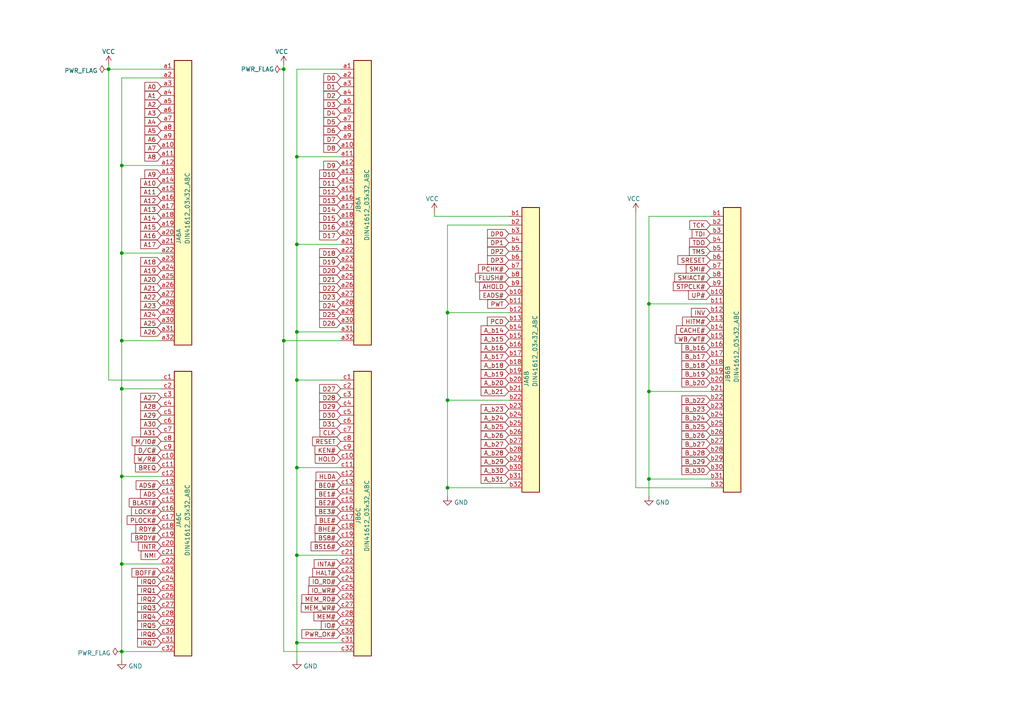
<source format=kicad_sch>
(kicad_sch (version 20211123) (generator eeschema)
  (paper "A4")
  (lib_symbols
    (symbol "Private Lib:DIN41612_03x32_ABC"
      (property "Reference" "U" (at 0 0 0))
      (property "Value" "DIN41612_03x32_ABC" (at 0 2.54 0))
      (symbol "DIN41612_03x32_ABC_0_1"
        (rectangle (start -2.54 -2.54) (end 2.54 -85.09) (stroke (width 0.254)) (fill (type background)))
      )
      (symbol "DIN41612_03x32_ABC_1_1"
        (pin passive line (at -6.35 -5.08 0) (length 3.81) (name "") (number "a1"))
        (pin passive line (at -6.35 -27.94 0) (length 3.81) (name "") (number "a10"))
        (pin passive line (at -6.35 -30.48 0) (length 3.81) (name "") (number "a11"))
        (pin passive line (at -6.35 -33.02 0) (length 3.81) (name "") (number "a12"))
        (pin passive line (at -6.35 -35.56 0) (length 3.81) (name "") (number "a13"))
        (pin passive line (at -6.35 -38.1 0) (length 3.81) (name "") (number "a14"))
        (pin passive line (at -6.35 -40.64 0) (length 3.81) (name "") (number "a15"))
        (pin passive line (at -6.35 -43.18 0) (length 3.81) (name "") (number "a16"))
        (pin passive line (at -6.35 -45.72 0) (length 3.81) (name "") (number "a17"))
        (pin passive line (at -6.35 -48.26 0) (length 3.81) (name "") (number "a18"))
        (pin passive line (at -6.35 -50.8 0) (length 3.81) (name "") (number "a19"))
        (pin passive line (at -6.35 -7.62 0) (length 3.81) (name "") (number "a2"))
        (pin passive line (at -6.35 -53.34 0) (length 3.81) (name "") (number "a20"))
        (pin passive line (at -6.35 -55.88 0) (length 3.81) (name "") (number "a21"))
        (pin passive line (at -6.35 -58.42 0) (length 3.81) (name "") (number "a22"))
        (pin passive line (at -6.35 -60.96 0) (length 3.81) (name "") (number "a23"))
        (pin passive line (at -6.35 -63.5 0) (length 3.81) (name "") (number "a24"))
        (pin passive line (at -6.35 -66.04 0) (length 3.81) (name "") (number "a25"))
        (pin passive line (at -6.35 -68.58 0) (length 3.81) (name "") (number "a26"))
        (pin passive line (at -6.35 -71.12 0) (length 3.81) (name "") (number "a27"))
        (pin passive line (at -6.35 -73.66 0) (length 3.81) (name "") (number "a28"))
        (pin passive line (at -6.35 -76.2 0) (length 3.81) (name "") (number "a29"))
        (pin passive line (at -6.35 -10.16 0) (length 3.81) (name "") (number "a3"))
        (pin passive line (at -6.35 -78.74 0) (length 3.81) (name "") (number "a30"))
        (pin passive line (at -6.35 -81.28 0) (length 3.81) (name "") (number "a31"))
        (pin passive line (at -6.35 -83.82 0) (length 3.81) (name "") (number "a32"))
        (pin passive line (at -6.35 -12.7 0) (length 3.81) (name "") (number "a4"))
        (pin passive line (at -6.35 -15.24 0) (length 3.81) (name "") (number "a5"))
        (pin passive line (at -6.35 -17.78 0) (length 3.81) (name "") (number "a6"))
        (pin passive line (at -6.35 -20.32 0) (length 3.81) (name "") (number "a7"))
        (pin passive line (at -6.35 -22.86 0) (length 3.81) (name "") (number "a8"))
        (pin passive line (at -6.35 -25.4 0) (length 3.81) (name "") (number "a9"))
      )
      (symbol "DIN41612_03x32_ABC_2_1"
        (pin passive line (at -6.35 -5.08 0) (length 3.81) (name "") (number "b1"))
        (pin passive line (at -6.35 -27.94 0) (length 3.81) (name "") (number "b10"))
        (pin passive line (at -6.35 -30.48 0) (length 3.81) (name "") (number "b11"))
        (pin passive line (at -6.35 -33.02 0) (length 3.81) (name "") (number "b12"))
        (pin passive line (at -6.35 -35.56 0) (length 3.81) (name "") (number "b13"))
        (pin passive line (at -6.35 -38.1 0) (length 3.81) (name "") (number "b14"))
        (pin passive line (at -6.35 -40.64 0) (length 3.81) (name "") (number "b15"))
        (pin passive line (at -6.35 -43.18 0) (length 3.81) (name "") (number "b16"))
        (pin passive line (at -6.35 -45.72 0) (length 3.81) (name "") (number "b17"))
        (pin passive line (at -6.35 -48.26 0) (length 3.81) (name "") (number "b18"))
        (pin passive line (at -6.35 -50.8 0) (length 3.81) (name "") (number "b19"))
        (pin passive line (at -6.35 -7.62 0) (length 3.81) (name "") (number "b2"))
        (pin passive line (at -6.35 -53.34 0) (length 3.81) (name "") (number "b20"))
        (pin passive line (at -6.35 -55.88 0) (length 3.81) (name "") (number "b21"))
        (pin passive line (at -6.35 -58.42 0) (length 3.81) (name "") (number "b22"))
        (pin passive line (at -6.35 -60.96 0) (length 3.81) (name "") (number "b23"))
        (pin passive line (at -6.35 -63.5 0) (length 3.81) (name "") (number "b24"))
        (pin passive line (at -6.35 -66.04 0) (length 3.81) (name "") (number "b25"))
        (pin passive line (at -6.35 -68.58 0) (length 3.81) (name "") (number "b26"))
        (pin passive line (at -6.35 -71.12 0) (length 3.81) (name "") (number "b27"))
        (pin passive line (at -6.35 -73.66 0) (length 3.81) (name "") (number "b28"))
        (pin passive line (at -6.35 -76.2 0) (length 3.81) (name "") (number "b29"))
        (pin passive line (at -6.35 -10.16 0) (length 3.81) (name "") (number "b3"))
        (pin passive line (at -6.35 -78.74 0) (length 3.81) (name "") (number "b30"))
        (pin passive line (at -6.35 -81.28 0) (length 3.81) (name "") (number "b31"))
        (pin passive line (at -6.35 -83.82 0) (length 3.81) (name "") (number "b32"))
        (pin passive line (at -6.35 -12.7 0) (length 3.81) (name "") (number "b4"))
        (pin passive line (at -6.35 -15.24 0) (length 3.81) (name "") (number "b5"))
        (pin passive line (at -6.35 -17.78 0) (length 3.81) (name "") (number "b6"))
        (pin passive line (at -6.35 -20.32 0) (length 3.81) (name "") (number "b7"))
        (pin passive line (at -6.35 -22.86 0) (length 3.81) (name "") (number "b8"))
        (pin passive line (at -6.35 -25.4 0) (length 3.81) (name "") (number "b9"))
      )
      (symbol "DIN41612_03x32_ABC_3_1"
        (pin passive line (at -6.35 -5.08 0) (length 3.81) (name "") (number "c1"))
        (pin passive line (at -6.35 -27.94 0) (length 3.81) (name "") (number "c10"))
        (pin passive line (at -6.35 -30.48 0) (length 3.81) (name "") (number "c11"))
        (pin passive line (at -6.35 -33.02 0) (length 3.81) (name "") (number "c12"))
        (pin passive line (at -6.35 -35.56 0) (length 3.81) (name "") (number "c13"))
        (pin passive line (at -6.35 -38.1 0) (length 3.81) (name "") (number "c14"))
        (pin passive line (at -6.35 -40.64 0) (length 3.81) (name "") (number "c15"))
        (pin passive line (at -6.35 -43.18 0) (length 3.81) (name "") (number "c16"))
        (pin passive line (at -6.35 -45.72 0) (length 3.81) (name "") (number "c17"))
        (pin passive line (at -6.35 -48.26 0) (length 3.81) (name "") (number "c18"))
        (pin passive line (at -6.35 -50.8 0) (length 3.81) (name "") (number "c19"))
        (pin passive line (at -6.35 -7.62 0) (length 3.81) (name "") (number "c2"))
        (pin passive line (at -6.35 -53.34 0) (length 3.81) (name "") (number "c20"))
        (pin passive line (at -6.35 -55.88 0) (length 3.81) (name "") (number "c21"))
        (pin passive line (at -6.35 -58.42 0) (length 3.81) (name "") (number "c22"))
        (pin passive line (at -6.35 -60.96 0) (length 3.81) (name "") (number "c23"))
        (pin passive line (at -6.35 -63.5 0) (length 3.81) (name "") (number "c24"))
        (pin passive line (at -6.35 -66.04 0) (length 3.81) (name "") (number "c25"))
        (pin passive line (at -6.35 -68.58 0) (length 3.81) (name "") (number "c26"))
        (pin passive line (at -6.35 -71.12 0) (length 3.81) (name "") (number "c27"))
        (pin passive line (at -6.35 -73.66 0) (length 3.81) (name "") (number "c28"))
        (pin passive line (at -6.35 -76.2 0) (length 3.81) (name "") (number "c29"))
        (pin passive line (at -6.35 -10.16 0) (length 3.81) (name "") (number "c3"))
        (pin passive line (at -6.35 -78.74 0) (length 3.81) (name "") (number "c30"))
        (pin passive line (at -6.35 -81.28 0) (length 3.81) (name "") (number "c31"))
        (pin passive line (at -6.35 -83.82 0) (length 3.81) (name "") (number "c32"))
        (pin passive line (at -6.35 -12.7 0) (length 3.81) (name "") (number "c4"))
        (pin passive line (at -6.35 -15.24 0) (length 3.81) (name "") (number "c5"))
        (pin passive line (at -6.35 -17.78 0) (length 3.81) (name "") (number "c6"))
        (pin passive line (at -6.35 -20.32 0) (length 3.81) (name "") (number "c7"))
        (pin passive line (at -6.35 -22.86 0) (length 3.81) (name "") (number "c8"))
        (pin passive line (at -6.35 -25.4 0) (length 3.81) (name "") (number "c9"))
      )
    )
    (symbol "power:GND" (power) (pin_names (offset 0))
      (property "Value" "GND" (at 0 -3.81 0))
      (symbol "GND_0_1"
        (polyline (pts (xy 0 0) (xy 0 -1.27) (xy 1.27 -1.27) (xy 0 -2.54) (xy -1.27 -1.27) (xy 0 -1.27)))
      )
      (symbol "GND_1_1"
        (pin power_in line (at 0 0 270) (length 0) hide (name "GND") (number "1"))
      )
    )
    (symbol "power:PWR_FLAG" (power) (pin_numbers hide) (pin_names (offset 0) hide)
      (property "Value" "PWR_FLAG" (at 0 3.81 0))
      (symbol "PWR_FLAG_0_0"
        (pin power_out line (at 0 0 90) (length 0) (name "pwr") (number "1"))
      )
      (symbol "PWR_FLAG_0_1"
        (polyline (pts (xy 0 0) (xy 0 1.27) (xy -1.016 1.905) (xy 0 2.54) (xy 1.016 1.905) (xy 0 1.27)))
      )
    )
    (symbol "power:VCC" (power) (pin_names (offset 0))
      (property "Value" "VCC" (at 0 3.81 0))
      (symbol "VCC_0_1"
        (polyline (pts (xy -0.762 1.27) (xy 0 2.54)))
        (polyline (pts (xy 0 0) (xy 0 2.54)))
        (polyline (pts (xy 0 2.54) (xy 0.762 1.27)))
      )
      (symbol "VCC_1_1"
        (pin power_in line (at 0 0 90) (length 0) hide (name "VCC") (number "1"))
      )
    )
  )
  (junction (at 129.794 116.078))
  (junction (at 35.306 163.576))
  (junction (at 86.106 186.436))
  (junction (at 35.306 138.176))
  (junction (at 86.106 45.466))
  (junction (at 35.306 73.406))
  (junction (at 188.214 113.538))
  (junction (at 86.106 110.236))
  (junction (at 31.496 20.066))
  (junction (at 82.296 20.066))
  (junction (at 82.296 98.806))
  (junction (at 129.794 90.678))
  (junction (at 188.214 138.938))
  (junction (at 35.306 188.976))
  (junction (at 86.106 161.036))
  (junction (at 35.306 112.776))
  (junction (at 86.106 70.866))
  (junction (at 86.106 135.636))
  (junction (at 86.106 96.266))
  (junction (at 129.794 141.478))
  (junction (at 35.306 48.006))
  (junction (at 35.306 98.806))
  (junction (at 188.214 88.138))
  (wire (pts (xy 35.306 112.776) (xy 35.306 138.176)))
  (wire (pts (xy 188.214 113.538) (xy 188.214 138.938)))
  (wire (pts (xy 86.106 96.266) (xy 86.106 110.236)))
  (wire (pts (xy 86.106 135.636) (xy 98.806 135.636)))
  (wire (pts (xy 129.794 90.678) (xy 129.794 116.078)))
  (wire (pts (xy 35.306 73.406) (xy 35.306 98.806)))
  (wire (pts (xy 35.306 48.006) (xy 46.736 48.006)))
  (wire (pts (xy 129.794 90.678) (xy 147.574 90.678)))
  (wire (pts (xy 86.106 110.236) (xy 98.806 110.236)))
  (wire (pts (xy 35.306 138.176) (xy 35.306 163.576)))
  (wire (pts (xy 82.296 98.806) (xy 82.296 188.976)))
  (wire (pts (xy 35.306 163.576) (xy 35.306 188.976)))
  (wire (pts (xy 129.794 144.018) (xy 129.794 141.478)))
  (wire (pts (xy 86.106 161.036) (xy 86.106 186.436)))
  (wire (pts (xy 147.574 116.078) (xy 129.794 116.078)))
  (wire (pts (xy 82.296 18.796) (xy 82.296 20.066)))
  (wire (pts (xy 46.736 22.606) (xy 35.306 22.606)))
  (wire (pts (xy 86.106 161.036) (xy 98.806 161.036)))
  (wire (pts (xy 125.984 62.738) (xy 147.574 62.738)))
  (wire (pts (xy 35.306 163.576) (xy 46.736 163.576)))
  (wire (pts (xy 86.106 70.866) (xy 86.106 96.266)))
  (wire (pts (xy 205.994 141.478) (xy 184.404 141.478)))
  (wire (pts (xy 82.296 188.976) (xy 98.806 188.976)))
  (wire (pts (xy 86.106 45.466) (xy 86.106 70.866)))
  (wire (pts (xy 86.106 110.236) (xy 86.106 135.636)))
  (wire (pts (xy 35.306 112.776) (xy 46.736 112.776)))
  (wire (pts (xy 35.306 98.806) (xy 46.736 98.806)))
  (wire (pts (xy 205.994 62.738) (xy 188.214 62.738)))
  (wire (pts (xy 98.806 20.066) (xy 86.106 20.066)))
  (wire (pts (xy 86.106 45.466) (xy 98.806 45.466)))
  (wire (pts (xy 31.496 110.236) (xy 46.736 110.236)))
  (wire (pts (xy 35.306 138.176) (xy 46.736 138.176)))
  (wire (pts (xy 82.296 98.806) (xy 98.806 98.806)))
  (wire (pts (xy 205.994 113.538) (xy 188.214 113.538)))
  (wire (pts (xy 35.306 22.606) (xy 35.306 48.006)))
  (wire (pts (xy 188.214 88.138) (xy 205.994 88.138)))
  (wire (pts (xy 31.496 20.066) (xy 46.736 20.066)))
  (wire (pts (xy 31.496 18.796) (xy 31.496 20.066)))
  (wire (pts (xy 147.574 141.478) (xy 129.794 141.478)))
  (wire (pts (xy 86.106 70.866) (xy 98.806 70.866)))
  (wire (pts (xy 35.306 188.976) (xy 46.736 188.976)))
  (wire (pts (xy 205.994 138.938) (xy 188.214 138.938)))
  (wire (pts (xy 35.306 73.406) (xy 46.736 73.406)))
  (wire (pts (xy 35.306 191.516) (xy 35.306 188.976)))
  (wire (pts (xy 35.306 98.806) (xy 35.306 112.776)))
  (wire (pts (xy 188.214 138.938) (xy 188.214 144.018)))
  (wire (pts (xy 31.496 20.066) (xy 31.496 110.236)))
  (wire (pts (xy 86.106 135.636) (xy 86.106 161.036)))
  (wire (pts (xy 86.106 186.436) (xy 86.106 191.516)))
  (wire (pts (xy 86.106 186.436) (xy 98.806 186.436)))
  (wire (pts (xy 86.106 96.266) (xy 98.806 96.266)))
  (wire (pts (xy 147.574 65.278) (xy 129.794 65.278)))
  (wire (pts (xy 184.404 61.468) (xy 184.404 141.478)))
  (wire (pts (xy 125.984 61.468) (xy 125.984 62.738)))
  (wire (pts (xy 188.214 88.138) (xy 188.214 113.538)))
  (wire (pts (xy 82.296 20.066) (xy 82.296 98.806)))
  (wire (pts (xy 188.214 62.738) (xy 188.214 88.138)))
  (wire (pts (xy 129.794 116.078) (xy 129.794 141.478)))
  (wire (pts (xy 129.794 65.278) (xy 129.794 90.678)))
  (wire (pts (xy 86.106 20.066) (xy 86.106 45.466)))
  (wire (pts (xy 35.306 48.006) (xy 35.306 73.406)))
  (global_label "D6" (shape input) (at 98.806 37.846 180) (property "Intersheet References" "${INTERSHEET_REFS}" (effects hide)))
  (global_label "FLUSH#" (shape input) (at 147.574 80.518 180) (property "Intersheet References" "${INTERSHEET_REFS}" (effects hide)))
  (global_label "HOLD" (shape input) (at 98.806 133.096 180) (property "Intersheet References" "${INTERSHEET_REFS}" (effects hide)))
  (global_label "D20" (shape input) (at 98.806 78.486 180) (property "Intersheet References" "${INTERSHEET_REFS}" (effects hide)))
  (global_label "UP#" (shape input) (at 205.994 85.598 180) (property "Intersheet References" "${INTERSHEET_REFS}" (effects hide)))
  (global_label "A_b31" (shape input) (at 147.574 138.938 180) (property "Intersheet References" "${INTERSHEET_REFS}" (effects hide)))
  (global_label "A11" (shape input) (at 46.736 55.626 180) (property "Intersheet References" "${INTERSHEET_REFS}" (effects hide)))
  (global_label "A_b30" (shape input) (at 147.574 136.398 180) (property "Intersheet References" "${INTERSHEET_REFS}" (effects hide)))
  (global_label "INTR" (shape input) (at 46.736 158.496 180) (property "Intersheet References" "${INTERSHEET_REFS}" (effects hide)))
  (global_label "BLE#" (shape input) (at 98.806 150.876 180) (property "Intersheet References" "${INTERSHEET_REFS}" (effects hide)))
  (global_label "W{slash}R#" (shape input) (at 46.736 133.096 180) (property "Intersheet References" "${INTERSHEET_REFS}" (effects hide)))
  (global_label "A14" (shape input) (at 46.736 63.246 180) (property "Intersheet References" "${INTERSHEET_REFS}" (effects hide)))
  (global_label "A29" (shape input) (at 46.736 120.396 180) (property "Intersheet References" "${INTERSHEET_REFS}" (effects hide)))
  (global_label "B_b30" (shape input) (at 205.994 136.398 180) (property "Intersheet References" "${INTERSHEET_REFS}" (effects hide)))
  (global_label "A8" (shape input) (at 46.736 45.466 180) (property "Intersheet References" "${INTERSHEET_REFS}" (effects hide)))
  (global_label "D22" (shape input) (at 98.806 83.566 180) (property "Intersheet References" "${INTERSHEET_REFS}" (effects hide)))
  (global_label "MEM_RD#" (shape input) (at 98.806 173.736 180) (property "Intersheet References" "${INTERSHEET_REFS}" (effects hide)))
  (global_label "A_b26" (shape input) (at 147.574 126.238 180) (property "Intersheet References" "${INTERSHEET_REFS}" (effects hide)))
  (global_label "STPCLK#" (shape input) (at 205.994 83.058 180) (property "Intersheet References" "${INTERSHEET_REFS}" (effects hide)))
  (global_label "PCD" (shape input) (at 147.574 93.218 180) (property "Intersheet References" "${INTERSHEET_REFS}" (effects hide)))
  (global_label "A_b16" (shape input) (at 147.574 100.838 180) (property "Intersheet References" "${INTERSHEET_REFS}" (effects hide)))
  (global_label "B_b22" (shape input) (at 205.994 116.078 180) (property "Intersheet References" "${INTERSHEET_REFS}" (effects hide)))
  (global_label "INV" (shape input) (at 205.994 90.678 180) (property "Intersheet References" "${INTERSHEET_REFS}" (effects hide)))
  (global_label "IRQ6" (shape input) (at 46.736 183.896 180) (property "Intersheet References" "${INTERSHEET_REFS}" (effects hide)))
  (global_label "B_b26" (shape input) (at 205.994 126.238 180) (property "Intersheet References" "${INTERSHEET_REFS}" (effects hide)))
  (global_label "A5" (shape input) (at 46.736 37.846 180) (property "Intersheet References" "${INTERSHEET_REFS}" (effects hide)))
  (global_label "BS16#" (shape input) (at 98.806 158.496 180) (property "Intersheet References" "${INTERSHEET_REFS}" (effects hide)))
  (global_label "IO_WR#" (shape input) (at 98.806 171.196 180) (property "Intersheet References" "${INTERSHEET_REFS}" (effects hide)))
  (global_label "D10" (shape input) (at 98.806 50.546 180) (property "Intersheet References" "${INTERSHEET_REFS}" (effects hide)))
  (global_label "RESET" (shape input) (at 98.806 128.016 180) (property "Intersheet References" "${INTERSHEET_REFS}" (effects hide)))
  (global_label "A_b25" (shape input) (at 147.574 123.698 180) (property "Intersheet References" "${INTERSHEET_REFS}" (effects hide)))
  (global_label "PWT" (shape input) (at 147.574 88.138 180) (property "Intersheet References" "${INTERSHEET_REFS}" (effects hide)))
  (global_label "A0" (shape input) (at 46.736 25.146 180) (property "Intersheet References" "${INTERSHEET_REFS}" (effects hide)))
  (global_label "SRESET" (shape input) (at 205.994 75.438 180) (property "Intersheet References" "${INTERSHEET_REFS}" (effects hide)))
  (global_label "RDY#" (shape input) (at 46.736 153.416 180) (property "Intersheet References" "${INTERSHEET_REFS}" (effects hide)))
  (global_label "BS8#" (shape input) (at 98.806 155.956 180) (property "Intersheet References" "${INTERSHEET_REFS}" (effects hide)))
  (global_label "PWR_OK#" (shape input) (at 98.806 183.896 180) (property "Intersheet References" "${INTERSHEET_REFS}" (effects hide)))
  (global_label "B_b23" (shape input) (at 205.994 118.618 180) (property "Intersheet References" "${INTERSHEET_REFS}" (effects hide)))
  (global_label "AHOLD" (shape input) (at 147.574 83.058 180) (property "Intersheet References" "${INTERSHEET_REFS}" (effects hide)))
  (global_label "A6" (shape input) (at 46.736 40.386 180) (property "Intersheet References" "${INTERSHEET_REFS}" (effects hide)))
  (global_label "IRQ5" (shape input) (at 46.736 181.356 180) (property "Intersheet References" "${INTERSHEET_REFS}" (effects hide)))
  (global_label "A24" (shape input) (at 46.736 91.186 180) (property "Intersheet References" "${INTERSHEET_REFS}" (effects hide)))
  (global_label "A_b15" (shape input) (at 147.574 98.298 180) (property "Intersheet References" "${INTERSHEET_REFS}" (effects hide)))
  (global_label "BHE#" (shape input) (at 98.806 153.416 180) (property "Intersheet References" "${INTERSHEET_REFS}" (effects hide)))
  (global_label "D17" (shape input) (at 98.806 68.326 180) (property "Intersheet References" "${INTERSHEET_REFS}" (effects hide)))
  (global_label "A25" (shape input) (at 46.736 93.726 180) (property "Intersheet References" "${INTERSHEET_REFS}" (effects hide)))
  (global_label "A_b29" (shape input) (at 147.574 133.858 180) (property "Intersheet References" "${INTERSHEET_REFS}" (effects hide)))
  (global_label "A13" (shape input) (at 46.736 60.706 180) (property "Intersheet References" "${INTERSHEET_REFS}" (effects hide)))
  (global_label "A_b28" (shape input) (at 147.574 131.318 180) (property "Intersheet References" "${INTERSHEET_REFS}" (effects hide)))
  (global_label "MEM#" (shape input) (at 98.806 178.816 180) (property "Intersheet References" "${INTERSHEET_REFS}" (effects hide)))
  (global_label "HALT#" (shape input) (at 98.806 166.116 180) (property "Intersheet References" "${INTERSHEET_REFS}" (effects hide)))
  (global_label "A17" (shape input) (at 46.736 70.866 180) (property "Intersheet References" "${INTERSHEET_REFS}" (effects hide)))
  (global_label "D8" (shape input) (at 98.806 42.926 180) (property "Intersheet References" "${INTERSHEET_REFS}" (effects hide)))
  (global_label "B_b27" (shape input) (at 205.994 128.778 180) (property "Intersheet References" "${INTERSHEET_REFS}" (effects hide)))
  (global_label "D9" (shape input) (at 98.806 48.006 180) (property "Intersheet References" "${INTERSHEET_REFS}" (effects hide)))
  (global_label "B_b24" (shape input) (at 205.994 121.158 180) (property "Intersheet References" "${INTERSHEET_REFS}" (effects hide)))
  (global_label "HLDA" (shape input) (at 98.806 138.176 180) (property "Intersheet References" "${INTERSHEET_REFS}" (effects hide)))
  (global_label "DP2" (shape input) (at 147.574 72.898 180) (property "Intersheet References" "${INTERSHEET_REFS}" (effects hide)))
  (global_label "A9" (shape input) (at 46.736 50.546 180) (property "Intersheet References" "${INTERSHEET_REFS}" (effects hide)))
  (global_label "A12" (shape input) (at 46.736 58.166 180) (property "Intersheet References" "${INTERSHEET_REFS}" (effects hide)))
  (global_label "B_b18" (shape input) (at 205.994 105.918 180) (property "Intersheet References" "${INTERSHEET_REFS}" (effects hide)))
  (global_label "KEN#" (shape input) (at 98.806 130.556 180) (property "Intersheet References" "${INTERSHEET_REFS}" (effects hide)))
  (global_label "IRQ7" (shape input) (at 46.736 186.436 180) (property "Intersheet References" "${INTERSHEET_REFS}" (effects hide)))
  (global_label "A7" (shape input) (at 46.736 42.926 180) (property "Intersheet References" "${INTERSHEET_REFS}" (effects hide)))
  (global_label "B_b16" (shape input) (at 205.994 100.838 180) (property "Intersheet References" "${INTERSHEET_REFS}" (effects hide)))
  (global_label "D3" (shape input) (at 98.806 30.226 180) (property "Intersheet References" "${INTERSHEET_REFS}" (effects hide)))
  (global_label "CLK" (shape input) (at 98.806 125.476 180) (property "Intersheet References" "${INTERSHEET_REFS}" (effects hide)))
  (global_label "A26" (shape input) (at 46.736 96.266 180) (property "Intersheet References" "${INTERSHEET_REFS}" (effects hide)))
  (global_label "A1" (shape input) (at 46.736 27.686 180) (property "Intersheet References" "${INTERSHEET_REFS}" (effects hide)))
  (global_label "PLOCK#" (shape input) (at 46.736 150.876 180) (property "Intersheet References" "${INTERSHEET_REFS}" (effects hide)))
  (global_label "A_b21" (shape input) (at 147.574 113.538 180) (property "Intersheet References" "${INTERSHEET_REFS}" (effects hide)))
  (global_label "BRDY#" (shape input) (at 46.736 155.956 180) (property "Intersheet References" "${INTERSHEET_REFS}" (effects hide)))
  (global_label "IO_RD#" (shape input) (at 98.806 168.656 180) (property "Intersheet References" "${INTERSHEET_REFS}" (effects hide)))
  (global_label "EADS#" (shape input) (at 147.574 85.598 180) (property "Intersheet References" "${INTERSHEET_REFS}" (effects hide)))
  (global_label "A_b27" (shape input) (at 147.574 128.778 180) (property "Intersheet References" "${INTERSHEET_REFS}" (effects hide)))
  (global_label "SMI#" (shape input) (at 205.994 77.978 180) (property "Intersheet References" "${INTERSHEET_REFS}" (effects hide)))
  (global_label "IRQ3" (shape input) (at 46.736 176.276 180) (property "Intersheet References" "${INTERSHEET_REFS}" (effects hide)))
  (global_label "D13" (shape input) (at 98.806 58.166 180) (property "Intersheet References" "${INTERSHEET_REFS}" (effects hide)))
  (global_label "A23" (shape input) (at 46.736 88.646 180) (property "Intersheet References" "${INTERSHEET_REFS}" (effects hide)))
  (global_label "D16" (shape input) (at 98.806 65.786 180) (property "Intersheet References" "${INTERSHEET_REFS}" (effects hide)))
  (global_label "BLAST#" (shape input) (at 46.736 145.796 180) (property "Intersheet References" "${INTERSHEET_REFS}" (effects hide)))
  (global_label "A_b14" (shape input) (at 147.574 95.758 180) (property "Intersheet References" "${INTERSHEET_REFS}" (effects hide)))
  (global_label "DP3" (shape input) (at 147.574 75.438 180) (property "Intersheet References" "${INTERSHEET_REFS}" (effects hide)))
  (global_label "A_b18" (shape input) (at 147.574 105.918 180) (property "Intersheet References" "${INTERSHEET_REFS}" (effects hide)))
  (global_label "D5" (shape input) (at 98.806 35.306 180) (property "Intersheet References" "${INTERSHEET_REFS}" (effects hide)))
  (global_label "IO#" (shape input) (at 98.806 181.356 180) (property "Intersheet References" "${INTERSHEET_REFS}" (effects hide)))
  (global_label "D18" (shape input) (at 98.806 73.406 180) (property "Intersheet References" "${INTERSHEET_REFS}" (effects hide)))
  (global_label "D2" (shape input) (at 98.806 27.686 180) (property "Intersheet References" "${INTERSHEET_REFS}" (effects hide)))
  (global_label "D19" (shape input) (at 98.806 75.946 180) (property "Intersheet References" "${INTERSHEET_REFS}" (effects hide)))
  (global_label "M{slash}IO#" (shape input) (at 46.736 128.016 180) (property "Intersheet References" "${INTERSHEET_REFS}" (effects hide)))
  (global_label "D29" (shape input) (at 98.806 117.856 180) (property "Intersheet References" "${INTERSHEET_REFS}" (effects hide)))
  (global_label "IRQ0" (shape input) (at 46.736 168.656 180) (property "Intersheet References" "${INTERSHEET_REFS}" (effects hide)))
  (global_label "B_b29" (shape input) (at 205.994 133.858 180) (property "Intersheet References" "${INTERSHEET_REFS}" (effects hide)))
  (global_label "A30" (shape input) (at 46.736 122.936 180) (property "Intersheet References" "${INTERSHEET_REFS}" (effects hide)))
  (global_label "B_b25" (shape input) (at 205.994 123.698 180) (property "Intersheet References" "${INTERSHEET_REFS}" (effects hide)))
  (global_label "TDI" (shape input) (at 205.994 67.818 180) (property "Intersheet References" "${INTERSHEET_REFS}" (effects hide)))
  (global_label "ADS#" (shape input) (at 46.736 140.716 180) (property "Intersheet References" "${INTERSHEET_REFS}" (effects hide)))
  (global_label "INTA#" (shape input) (at 98.806 163.576 180) (property "Intersheet References" "${INTERSHEET_REFS}" (effects hide)))
  (global_label "D25" (shape input) (at 98.806 91.186 180) (property "Intersheet References" "${INTERSHEET_REFS}" (effects hide)))
  (global_label "D4" (shape input) (at 98.806 32.766 180) (property "Intersheet References" "${INTERSHEET_REFS}" (effects hide)))
  (global_label "BE2#" (shape input) (at 98.806 145.796 180) (property "Intersheet References" "${INTERSHEET_REFS}" (effects hide)))
  (global_label "A20" (shape input) (at 46.736 81.026 180) (property "Intersheet References" "${INTERSHEET_REFS}" (effects hide)))
  (global_label "A_b17" (shape input) (at 147.574 103.378 180) (property "Intersheet References" "${INTERSHEET_REFS}" (effects hide)))
  (global_label "ADS" (shape input) (at 46.736 143.256 180) (property "Intersheet References" "${INTERSHEET_REFS}" (effects hide)))
  (global_label "IRQ4" (shape input) (at 46.736 178.816 180) (property "Intersheet References" "${INTERSHEET_REFS}" (effects hide)))
  (global_label "A18" (shape input) (at 46.736 75.946 180) (property "Intersheet References" "${INTERSHEET_REFS}" (effects hide)))
  (global_label "A4" (shape input) (at 46.736 35.306 180) (property "Intersheet References" "${INTERSHEET_REFS}" (effects hide)))
  (global_label "D7" (shape input) (at 98.806 40.386 180) (property "Intersheet References" "${INTERSHEET_REFS}" (effects hide)))
  (global_label "TDO" (shape input) (at 205.994 70.358 180) (property "Intersheet References" "${INTERSHEET_REFS}" (effects hide)))
  (global_label "D30" (shape input) (at 98.806 120.396 180) (property "Intersheet References" "${INTERSHEET_REFS}" (effects hide)))
  (global_label "A3" (shape input) (at 46.736 32.766 180) (property "Intersheet References" "${INTERSHEET_REFS}" (effects hide)))
  (global_label "A_b23" (shape input) (at 147.574 118.618 180) (property "Intersheet References" "${INTERSHEET_REFS}" (effects hide)))
  (global_label "TMS" (shape input) (at 205.994 72.898 180) (property "Intersheet References" "${INTERSHEET_REFS}" (effects hide)))
  (global_label "A_b20" (shape input) (at 147.574 110.998 180) (property "Intersheet References" "${INTERSHEET_REFS}" (effects hide)))
  (global_label "NMI" (shape input) (at 46.736 161.036 180) (property "Intersheet References" "${INTERSHEET_REFS}" (effects hide)))
  (global_label "D28" (shape input) (at 98.806 115.316 180) (property "Intersheet References" "${INTERSHEET_REFS}" (effects hide)))
  (global_label "TCK" (shape input) (at 205.994 65.278 180) (property "Intersheet References" "${INTERSHEET_REFS}" (effects hide)))
  (global_label "PCHK#" (shape input) (at 147.574 77.978 180) (property "Intersheet References" "${INTERSHEET_REFS}" (effects hide)))
  (global_label "D21" (shape input) (at 98.806 81.026 180) (property "Intersheet References" "${INTERSHEET_REFS}" (effects hide)))
  (global_label "BE3#" (shape input) (at 98.806 148.336 180) (property "Intersheet References" "${INTERSHEET_REFS}" (effects hide)))
  (global_label "A15" (shape input) (at 46.736 65.786 180) (property "Intersheet References" "${INTERSHEET_REFS}" (effects hide)))
  (global_label "D14" (shape input) (at 98.806 60.706 180) (property "Intersheet References" "${INTERSHEET_REFS}" (effects hide)))
  (global_label "HITM#" (shape input) (at 205.994 93.218 180) (property "Intersheet References" "${INTERSHEET_REFS}" (effects hide)))
  (global_label "D12" (shape input) (at 98.806 55.626 180) (property "Intersheet References" "${INTERSHEET_REFS}" (effects hide)))
  (global_label "DP1" (shape input) (at 147.574 70.358 180) (property "Intersheet References" "${INTERSHEET_REFS}" (effects hide)))
  (global_label "B_b20" (shape input) (at 205.994 110.998 180) (property "Intersheet References" "${INTERSHEET_REFS}" (effects hide)))
  (global_label "SMIACT#" (shape input) (at 205.994 80.518 180) (property "Intersheet References" "${INTERSHEET_REFS}" (effects hide)))
  (global_label "A19" (shape input) (at 46.736 78.486 180) (property "Intersheet References" "${INTERSHEET_REFS}" (effects hide)))
  (global_label "A_b19" (shape input) (at 147.574 108.458 180) (property "Intersheet References" "${INTERSHEET_REFS}" (effects hide)))
  (global_label "D23" (shape input) (at 98.806 86.106 180) (property "Intersheet References" "${INTERSHEET_REFS}" (effects hide)))
  (global_label "D24" (shape input) (at 98.806 88.646 180) (property "Intersheet References" "${INTERSHEET_REFS}" (effects hide)))
  (global_label "D27" (shape input) (at 98.806 112.776 180) (property "Intersheet References" "${INTERSHEET_REFS}" (effects hide)))
  (global_label "D26" (shape input) (at 98.806 93.726 180) (property "Intersheet References" "${INTERSHEET_REFS}" (effects hide)))
  (global_label "D0" (shape input) (at 98.806 22.606 180) (property "Intersheet References" "${INTERSHEET_REFS}" (effects hide)))
  (global_label "IRQ1" (shape input) (at 46.736 171.196 180) (property "Intersheet References" "${INTERSHEET_REFS}" (effects hide)))
  (global_label "A27" (shape input) (at 46.736 115.316 180) (property "Intersheet References" "${INTERSHEET_REFS}" (effects hide)))
  (global_label "BOFF#" (shape input) (at 46.736 166.116 180) (property "Intersheet References" "${INTERSHEET_REFS}" (effects hide)))
  (global_label "MEM_WR#" (shape input) (at 98.806 176.276 180) (property "Intersheet References" "${INTERSHEET_REFS}" (effects hide)))
  (global_label "A31" (shape input) (at 46.736 125.476 180) (property "Intersheet References" "${INTERSHEET_REFS}" (effects hide)))
  (global_label "D11" (shape input) (at 98.806 53.086 180) (property "Intersheet References" "${INTERSHEET_REFS}" (effects hide)))
  (global_label "A_b24" (shape input) (at 147.574 121.158 180) (property "Intersheet References" "${INTERSHEET_REFS}" (effects hide)))
  (global_label "A2" (shape input) (at 46.736 30.226 180) (property "Intersheet References" "${INTERSHEET_REFS}" (effects hide)))
  (global_label "A28" (shape input) (at 46.736 117.856 180) (property "Intersheet References" "${INTERSHEET_REFS}" (effects hide)))
  (global_label "B_b19" (shape input) (at 205.994 108.458 180) (property "Intersheet References" "${INTERSHEET_REFS}" (effects hide)))
  (global_label "WB{slash}WT#" (shape input) (at 205.994 98.298 180) (property "Intersheet References" "${INTERSHEET_REFS}" (effects hide)))
  (global_label "BE0#" (shape input) (at 98.806 140.716 180) (property "Intersheet References" "${INTERSHEET_REFS}" (effects hide)))
  (global_label "IRQ2" (shape input) (at 46.736 173.736 180) (property "Intersheet References" "${INTERSHEET_REFS}" (effects hide)))
  (global_label "A10" (shape input) (at 46.736 53.086 180) (property "Intersheet References" "${INTERSHEET_REFS}" (effects hide)))
  (global_label "DP0" (shape input) (at 147.574 67.818 180) (property "Intersheet References" "${INTERSHEET_REFS}" (effects hide)))
  (global_label "D15" (shape input) (at 98.806 63.246 180) (property "Intersheet References" "${INTERSHEET_REFS}" (effects hide)))
  (global_label "D1" (shape input) (at 98.806 25.146 180) (property "Intersheet References" "${INTERSHEET_REFS}" (effects hide)))
  (global_label "D{slash}C#" (shape input) (at 46.736 130.556 180) (property "Intersheet References" "${INTERSHEET_REFS}" (effects hide)))
  (global_label "B_b28" (shape input) (at 205.994 131.318 180) (property "Intersheet References" "${INTERSHEET_REFS}" (effects hide)))
  (global_label "A22" (shape input) (at 46.736 86.106 180) (property "Intersheet References" "${INTERSHEET_REFS}" (effects hide)))
  (global_label "BE1#" (shape input) (at 98.806 143.256 180) (property "Intersheet References" "${INTERSHEET_REFS}" (effects hide)))
  (global_label "A16" (shape input) (at 46.736 68.326 180) (property "Intersheet References" "${INTERSHEET_REFS}" (effects hide)))
  (global_label "D31" (shape input) (at 98.806 122.936 180) (property "Intersheet References" "${INTERSHEET_REFS}" (effects hide)))
  (global_label "CACHE#" (shape input) (at 205.994 95.758 180) (property "Intersheet References" "${INTERSHEET_REFS}" (effects hide)))
  (global_label "B_b17" (shape input) (at 205.994 103.378 180) (property "Intersheet References" "${INTERSHEET_REFS}" (effects hide)))
  (global_label "LOCK#" (shape input) (at 46.736 148.336 180) (property "Intersheet References" "${INTERSHEET_REFS}" (effects hide)))
  (global_label "A21" (shape input) (at 46.736 83.566 180) (property "Intersheet References" "${INTERSHEET_REFS}" (effects hide)))
  (global_label "BREQ" (shape input) (at 46.736 135.636 180) (property "Intersheet References" "${INTERSHEET_REFS}" (effects hide)))
  (symbol (lib_id "power:GND") (at 86.106 191.516 0) (mirror y) (unit 1)
    (property "Reference" "#PWR0143" (effects hide))
    (property "Value" "GND" (at 88.011 193.2198 0) (effects (justify right)))
  )
  (symbol (lib_id "power:GND") (at 129.794 144.018 0) (mirror y) (unit 1)
    (property "Reference" "#PWR0147" (effects hide))
    (property "Value" "GND" (at 131.699 145.7218 0) (effects (justify right)))
  )
  (symbol (lib_id "Private Lib:DIN41612_03x32_ABC") (at 105.156 14.986 0) (unit 1)
    (property "Reference" "JB6" (at 103.886 59.436 90))
    (property "Value" "DIN41612_03x32_ABC" (at 106.4229 59.436 90))
    (property "Footprint" "Connector_DIN:DIN41612_C_3x32_Female_Vertical_THT" (effects hide))
  )
  (symbol (lib_id "power:VCC") (at 31.496 18.796 0) (mirror y) (unit 1)
    (property "Reference" "#PWR0144" (effects hide))
    (property "Value" "VCC" (at 31.496 14.986 0))
  )
  (symbol (lib_id "Private Lib:DIN41612_03x32_ABC") (at 105.156 105.156 0) (unit 3)
    (property "Reference" "JB6" (at 103.886 149.606 90))
    (property "Value" "DIN41612_03x32_ABC" (at 106.4229 149.606 90))
    (property "Footprint" "Connector_DIN:DIN41612_C_3x32_Female_Vertical_THT" (effects hide))
  )
  (symbol (lib_id "Private Lib:DIN41612_03x32_ABC") (at 53.086 105.156 0) (unit 3)
    (property "Reference" "JA6" (at 51.8191 150.876 90))
    (property "Value" "DIN41612_03x32_ABC" (at 54.356 150.876 90))
    (property "Footprint" "Connector_DIN:DIN41612_C_3x32_Female_Vertical_THT" (effects hide))
  )
  (symbol (lib_id "power:PWR_FLAG") (at 31.496 20.066 90) (unit 1)
    (property "Reference" "#FLG0118" (effects hide))
    (property "Value" "PWR_FLAG" (at 28.3211 20.4998 90) (effects (justify left)))
  )
  (symbol (lib_id "power:GND") (at 35.306 191.516 0) (mirror y) (unit 1)
    (property "Reference" "#PWR0142" (effects hide))
    (property "Value" "GND" (at 37.211 193.2198 0) (effects (justify right)))
  )
  (symbol (lib_id "power:PWR_FLAG") (at 35.306 188.976 90) (unit 1)
    (property "Reference" "#FLG0117" (effects hide))
    (property "Value" "PWR_FLAG" (at 32.1311 189.4098 90) (effects (justify left)))
  )
  (symbol (lib_id "Private Lib:DIN41612_03x32_ABC") (at 212.344 57.658 0) (unit 2)
    (property "Reference" "JB6" (at 211.074 110.998 90) (effects (justify left)))
    (property "Value" "DIN41612_03x32_ABC" (at 213.6109 110.998 90) (effects (justify left)))
    (property "Footprint" "Connector_DIN:DIN41612_C_3x32_Female_Vertical_THT" (effects hide))
  )
  (symbol (lib_id "Private Lib:DIN41612_03x32_ABC") (at 53.086 14.986 0) (unit 1)
    (property "Reference" "JA6" (at 51.8191 70.866 90) (effects (justify left)))
    (property "Value" "DIN41612_03x32_ABC" (at 54.356 70.866 90) (effects (justify left)))
    (property "Footprint" "Connector_DIN:DIN41612_C_3x32_Female_Vertical_THT" (effects hide))
  )
  (symbol (lib_id "Private Lib:DIN41612_03x32_ABC") (at 153.924 57.658 0) (unit 2)
    (property "Reference" "JA6" (at 152.6571 112.268 90) (effects (justify left)))
    (property "Value" "DIN41612_03x32_ABC" (at 155.194 112.268 90) (effects (justify left)))
    (property "Footprint" "Connector_DIN:DIN41612_C_3x32_Female_Vertical_THT" (effects hide))
  )
  (symbol (lib_id "power:GND") (at 188.214 144.018 0) (mirror y) (unit 1)
    (property "Reference" "#PWR0148" (effects hide))
    (property "Value" "GND" (at 190.119 145.7218 0) (effects (justify right)))
  )
  (symbol (lib_id "power:VCC") (at 184.404 61.468 0) (mirror y) (unit 1)
    (property "Reference" "#PWR0145" (effects hide))
    (property "Value" "VCC" (at 181.864 57.658 0) (effects (justify right)))
  )
  (symbol (lib_id "power:VCC") (at 82.296 18.796 0) (mirror y) (unit 1)
    (property "Reference" "#PWR0141" (effects hide))
    (property "Value" "VCC" (at 79.756 14.986 0) (effects (justify right)))
  )
  (symbol (lib_id "power:VCC") (at 125.984 61.468 0) (mirror y) (unit 1)
    (property "Reference" "#PWR0146" (effects hide))
    (property "Value" "VCC" (at 123.444 57.658 0) (effects (justify right)))
  )
  (symbol (lib_id "power:PWR_FLAG") (at 82.296 20.066 90) (unit 1)
    (property "Reference" "#FLG0116" (effects hide))
    (property "Value" "PWR_FLAG" (at 74.676 20.066 90))
  )
)
</source>
